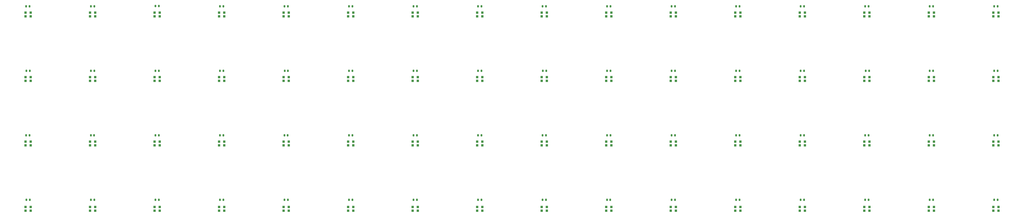
<source format=gbr>
%TF.GenerationSoftware,KiCad,Pcbnew,7.0.7*%
%TF.CreationDate,2023-10-11T09:13:37-04:00*%
%TF.ProjectId,HardLight,48617264-4c69-4676-9874-2e6b69636164,Mark 2 Rev F*%
%TF.SameCoordinates,Original*%
%TF.FileFunction,Paste,Top*%
%TF.FilePolarity,Positive*%
%FSLAX46Y46*%
G04 Gerber Fmt 4.6, Leading zero omitted, Abs format (unit mm)*
G04 Created by KiCad (PCBNEW 7.0.7) date 2023-10-11 09:13:37*
%MOMM*%
%LPD*%
G01*
G04 APERTURE LIST*
G04 Aperture macros list*
%AMRoundRect*
0 Rectangle with rounded corners*
0 $1 Rounding radius*
0 $2 $3 $4 $5 $6 $7 $8 $9 X,Y pos of 4 corners*
0 Add a 4 corners polygon primitive as box body*
4,1,4,$2,$3,$4,$5,$6,$7,$8,$9,$2,$3,0*
0 Add four circle primitives for the rounded corners*
1,1,$1+$1,$2,$3*
1,1,$1+$1,$4,$5*
1,1,$1+$1,$6,$7*
1,1,$1+$1,$8,$9*
0 Add four rect primitives between the rounded corners*
20,1,$1+$1,$2,$3,$4,$5,0*
20,1,$1+$1,$4,$5,$6,$7,0*
20,1,$1+$1,$6,$7,$8,$9,0*
20,1,$1+$1,$8,$9,$2,$3,0*%
G04 Aperture macros list end*
%ADD10RoundRect,0.147500X0.147500X0.172500X-0.147500X0.172500X-0.147500X-0.172500X0.147500X-0.172500X0*%
%ADD11R,0.700000X0.700000*%
G04 APERTURE END LIST*
D10*
%TO.C,LC1*%
X39315025Y-73596000D03*
X38345025Y-73596000D03*
%TD*%
%TO.C,LC3*%
X77509250Y-73570600D03*
X76539250Y-73570600D03*
%TD*%
%TO.C,LC10*%
X210859250Y-73596000D03*
X209889250Y-73596000D03*
%TD*%
%TO.C,LC12*%
X248959250Y-73596000D03*
X247989250Y-73596000D03*
%TD*%
%TO.C,LC6*%
X134659250Y-73596000D03*
X133689250Y-73596000D03*
%TD*%
%TO.C,LC8*%
X172759250Y-73596000D03*
X171789250Y-73596000D03*
%TD*%
%TO.C,LC9*%
X191809250Y-73596000D03*
X190839250Y-73596000D03*
%TD*%
%TO.C,LC7*%
X153709250Y-73596000D03*
X152739250Y-73596000D03*
%TD*%
%TO.C,LC5*%
X115609250Y-73596000D03*
X114639250Y-73596000D03*
%TD*%
%TO.C,LC11*%
X229909250Y-73596000D03*
X228939250Y-73596000D03*
%TD*%
%TO.C,LC13*%
X268009250Y-73596000D03*
X267039250Y-73596000D03*
%TD*%
%TO.C,LC4*%
X96559250Y-73596000D03*
X95589250Y-73596000D03*
%TD*%
%TO.C,LC14*%
X287059250Y-73596000D03*
X286089250Y-73596000D03*
%TD*%
%TO.C,LC15*%
X306109250Y-73596000D03*
X305139250Y-73596000D03*
%TD*%
%TO.C,LC16*%
X325159250Y-73596000D03*
X324189250Y-73596000D03*
%TD*%
%TO.C,LC17*%
X39409250Y-92646000D03*
X38439250Y-92646000D03*
%TD*%
%TO.C,LC18*%
X58459250Y-92646000D03*
X57489250Y-92646000D03*
%TD*%
%TO.C,LC19*%
X77509250Y-92646000D03*
X76539250Y-92646000D03*
%TD*%
%TO.C,LC20*%
X96559250Y-92646000D03*
X95589250Y-92646000D03*
%TD*%
%TO.C,LC21*%
X115621525Y-92646000D03*
X114651525Y-92646000D03*
%TD*%
%TO.C,LC22*%
X134659250Y-92646000D03*
X133689250Y-92646000D03*
%TD*%
%TO.C,LC23*%
X153709250Y-92646000D03*
X152739250Y-92646000D03*
%TD*%
%TO.C,LC24*%
X172759250Y-92646000D03*
X171789250Y-92646000D03*
%TD*%
%TO.C,LC25*%
X191878000Y-92646000D03*
X190908000Y-92646000D03*
%TD*%
%TO.C,LC26*%
X210859250Y-92646000D03*
X209889250Y-92646000D03*
%TD*%
%TO.C,LC27*%
X229909250Y-92646000D03*
X228939250Y-92646000D03*
%TD*%
%TO.C,LC28*%
X248959250Y-92646000D03*
X247989250Y-92646000D03*
%TD*%
%TO.C,LC29*%
X268009250Y-92646000D03*
X267039250Y-92646000D03*
%TD*%
%TO.C,LC30*%
X287203000Y-92646000D03*
X286233000Y-92646000D03*
%TD*%
%TO.C,LC31*%
X306109250Y-92646000D03*
X305139250Y-92646000D03*
%TD*%
%TO.C,LC32*%
X325159250Y-92646000D03*
X324189250Y-92646000D03*
%TD*%
D11*
%TO.C,LD16*%
X325418750Y-76637500D03*
X325418750Y-75537500D03*
X323918750Y-75537500D03*
X323918750Y-76637500D03*
%TD*%
%TO.C,LD17*%
X38168750Y-94587500D03*
X38168750Y-95687500D03*
X39668750Y-95687500D03*
X39668750Y-94587500D03*
%TD*%
%TO.C,LD18*%
X57218750Y-94587500D03*
X57218750Y-95687500D03*
X58718750Y-95687500D03*
X58718750Y-94587500D03*
%TD*%
%TO.C,LD19*%
X76268750Y-94587500D03*
X76268750Y-95687500D03*
X77768750Y-95687500D03*
X77768750Y-94587500D03*
%TD*%
%TO.C,LD20*%
X95318750Y-94587500D03*
X95318750Y-95687500D03*
X96818750Y-95687500D03*
X96818750Y-94587500D03*
%TD*%
%TO.C,LD21*%
X114368750Y-94587500D03*
X114368750Y-95687500D03*
X115868750Y-95687500D03*
X115868750Y-94587500D03*
%TD*%
%TO.C,LD22*%
X133418750Y-94587500D03*
X133418750Y-95687500D03*
X134918750Y-95687500D03*
X134918750Y-94587500D03*
%TD*%
%TO.C,LD23*%
X152468750Y-94587500D03*
X152468750Y-95687500D03*
X153968750Y-95687500D03*
X153968750Y-94587500D03*
%TD*%
%TO.C,LD24*%
X171518750Y-94587500D03*
X171518750Y-95687500D03*
X173018750Y-95687500D03*
X173018750Y-94587500D03*
%TD*%
%TO.C,LD25*%
X190568750Y-94587500D03*
X190568750Y-95687500D03*
X192068750Y-95687500D03*
X192068750Y-94587500D03*
%TD*%
%TO.C,LD26*%
X209618750Y-94587500D03*
X209618750Y-95687500D03*
X211118750Y-95687500D03*
X211118750Y-94587500D03*
%TD*%
%TO.C,LD27*%
X228668750Y-94587500D03*
X228668750Y-95687500D03*
X230168750Y-95687500D03*
X230168750Y-94587500D03*
%TD*%
%TO.C,LD28*%
X247718750Y-94587500D03*
X247718750Y-95687500D03*
X249218750Y-95687500D03*
X249218750Y-94587500D03*
%TD*%
%TO.C,LD29*%
X266768750Y-94587500D03*
X266768750Y-95687500D03*
X268268750Y-95687500D03*
X268268750Y-94587500D03*
%TD*%
%TO.C,LD30*%
X285818750Y-94587500D03*
X285818750Y-95687500D03*
X287318750Y-95687500D03*
X287318750Y-94587500D03*
%TD*%
%TO.C,LD32*%
X323918750Y-94587500D03*
X323918750Y-95687500D03*
X325418750Y-95687500D03*
X325418750Y-94587500D03*
%TD*%
%TO.C,LD31*%
X304868750Y-94587500D03*
X304868750Y-95687500D03*
X306368750Y-95687500D03*
X306368750Y-94587500D03*
%TD*%
%TO.C,LD15*%
X306368750Y-76637500D03*
X306368750Y-75537500D03*
X304868750Y-75537500D03*
X304868750Y-76637500D03*
%TD*%
%TO.C,LD14*%
X287318750Y-76637500D03*
X287318750Y-75537500D03*
X285818750Y-75537500D03*
X285818750Y-76637500D03*
%TD*%
%TO.C,LD12*%
X249218750Y-76637500D03*
X249218750Y-75537500D03*
X247718750Y-75537500D03*
X247718750Y-76637500D03*
%TD*%
%TO.C,LD10*%
X211118750Y-76637500D03*
X211118750Y-75537500D03*
X209618750Y-75537500D03*
X209618750Y-76637500D03*
%TD*%
%TO.C,LD13*%
X268268750Y-76637500D03*
X268268750Y-75537500D03*
X266768750Y-75537500D03*
X266768750Y-76637500D03*
%TD*%
%TO.C,LD5*%
X115868750Y-76637500D03*
X115868750Y-75537500D03*
X114368750Y-75537500D03*
X114368750Y-76637500D03*
%TD*%
%TO.C,LD11*%
X230168750Y-76637500D03*
X230168750Y-75537500D03*
X228668750Y-75537500D03*
X228668750Y-76637500D03*
%TD*%
%TO.C,LD6*%
X134918750Y-76637500D03*
X134918750Y-75537500D03*
X133418750Y-75537500D03*
X133418750Y-76637500D03*
%TD*%
%TO.C,LD7*%
X153968750Y-76637500D03*
X153968750Y-75537500D03*
X152468750Y-75537500D03*
X152468750Y-76637500D03*
%TD*%
%TO.C,LD8*%
X173018750Y-76637500D03*
X173018750Y-75537500D03*
X171518750Y-75537500D03*
X171518750Y-76637500D03*
%TD*%
%TO.C,LD9*%
X192068750Y-76637500D03*
X192068750Y-75537500D03*
X190568750Y-75537500D03*
X190568750Y-76637500D03*
%TD*%
%TO.C,LD2*%
X58718750Y-76637500D03*
X58718750Y-75537500D03*
X57218750Y-75537500D03*
X57218750Y-76637500D03*
%TD*%
%TO.C,LD1*%
X39668750Y-76637500D03*
X39668750Y-75537500D03*
X38168750Y-75537500D03*
X38168750Y-76637500D03*
%TD*%
%TO.C,LD3*%
X77768750Y-76612100D03*
X77768750Y-75512100D03*
X76268750Y-75512100D03*
X76268750Y-76612100D03*
%TD*%
%TO.C,LD4*%
X96818750Y-76637500D03*
X96818750Y-75537500D03*
X95318750Y-75537500D03*
X95318750Y-76637500D03*
%TD*%
D10*
%TO.C,LC2*%
X58459250Y-73596000D03*
X57489250Y-73596000D03*
%TD*%
D11*
%TO.C,LD56*%
X171518750Y-132887500D03*
X171518750Y-133987500D03*
X173018750Y-133987500D03*
X173018750Y-132887500D03*
%TD*%
%TO.C,LD54*%
X133418750Y-132887500D03*
X133418750Y-133987500D03*
X134918750Y-133987500D03*
X134918750Y-132887500D03*
%TD*%
D10*
%TO.C,LC36*%
X96553750Y-111737500D03*
X95583750Y-111737500D03*
%TD*%
D11*
%TO.C,LD43*%
X230168750Y-114737500D03*
X230168750Y-113637500D03*
X228668750Y-113637500D03*
X228668750Y-114737500D03*
%TD*%
%TO.C,LD47*%
X306368750Y-114737500D03*
X306368750Y-113637500D03*
X304868750Y-113637500D03*
X304868750Y-114737500D03*
%TD*%
%TO.C,LD46*%
X287318750Y-114737500D03*
X287318750Y-113637500D03*
X285818750Y-113637500D03*
X285818750Y-114737500D03*
%TD*%
%TO.C,LD60*%
X247718750Y-132887500D03*
X247718750Y-133987500D03*
X249218750Y-133987500D03*
X249218750Y-132887500D03*
%TD*%
%TO.C,LD61*%
X266768750Y-132887500D03*
X266768750Y-133987500D03*
X268268750Y-133987500D03*
X268268750Y-132887500D03*
%TD*%
%TO.C,LD36*%
X96818750Y-114737500D03*
X96818750Y-113637500D03*
X95318750Y-113637500D03*
X95318750Y-114737500D03*
%TD*%
%TO.C,LD57*%
X190568750Y-132887500D03*
X190568750Y-133987500D03*
X192068750Y-133987500D03*
X192068750Y-132887500D03*
%TD*%
D10*
%TO.C,LC61*%
X268003750Y-130787500D03*
X267033750Y-130787500D03*
%TD*%
%TO.C,LC64*%
X325153750Y-130787500D03*
X324183750Y-130787500D03*
%TD*%
%TO.C,LC39*%
X153703750Y-111737500D03*
X152733750Y-111737500D03*
%TD*%
D11*
%TO.C,LD55*%
X152468750Y-132887500D03*
X152468750Y-133987500D03*
X153968750Y-133987500D03*
X153968750Y-132887500D03*
%TD*%
%TO.C,LD64*%
X323918750Y-132887500D03*
X323918750Y-133987500D03*
X325418750Y-133987500D03*
X325418750Y-132887500D03*
%TD*%
D10*
%TO.C,LC52*%
X96553750Y-130787500D03*
X95583750Y-130787500D03*
%TD*%
D11*
%TO.C,LD53*%
X114368750Y-132887500D03*
X114368750Y-133987500D03*
X115868750Y-133987500D03*
X115868750Y-132887500D03*
%TD*%
D10*
%TO.C,LC45*%
X268003750Y-111737500D03*
X267033750Y-111737500D03*
%TD*%
D11*
%TO.C,LD38*%
X134918750Y-114737500D03*
X134918750Y-113637500D03*
X133418750Y-113637500D03*
X133418750Y-114737500D03*
%TD*%
%TO.C,LD42*%
X211118750Y-114737500D03*
X211118750Y-113637500D03*
X209618750Y-113637500D03*
X209618750Y-114737500D03*
%TD*%
D10*
%TO.C,LC35*%
X77503750Y-111737500D03*
X76533750Y-111737500D03*
%TD*%
%TO.C,LC48*%
X325153750Y-111737500D03*
X324183750Y-111737500D03*
%TD*%
%TO.C,LC34*%
X58428750Y-111725000D03*
X57458750Y-111725000D03*
%TD*%
D11*
%TO.C,LD58*%
X209618750Y-132887500D03*
X209618750Y-133987500D03*
X211118750Y-133987500D03*
X211118750Y-132887500D03*
%TD*%
%TO.C,LD59*%
X228668750Y-132887500D03*
X228668750Y-133987500D03*
X230168750Y-133987500D03*
X230168750Y-132887500D03*
%TD*%
D10*
%TO.C,LC42*%
X210853750Y-111737500D03*
X209883750Y-111737500D03*
%TD*%
%TO.C,LC59*%
X229903750Y-130787500D03*
X228933750Y-130787500D03*
%TD*%
%TO.C,LC57*%
X191803750Y-130787500D03*
X190833750Y-130787500D03*
%TD*%
%TO.C,LC49*%
X39403750Y-130787500D03*
X38433750Y-130787500D03*
%TD*%
D11*
%TO.C,LD40*%
X173018750Y-114737500D03*
X173018750Y-113637500D03*
X171518750Y-113637500D03*
X171518750Y-114737500D03*
%TD*%
D10*
%TO.C,LC43*%
X229903750Y-111737500D03*
X228933750Y-111737500D03*
%TD*%
D11*
%TO.C,LD44*%
X249218750Y-114737500D03*
X249218750Y-113637500D03*
X247718750Y-113637500D03*
X247718750Y-114737500D03*
%TD*%
%TO.C,LD34*%
X58718750Y-114737500D03*
X58718750Y-113637500D03*
X57218750Y-113637500D03*
X57218750Y-114737500D03*
%TD*%
D10*
%TO.C,LC41*%
X191803750Y-111737500D03*
X190833750Y-111737500D03*
%TD*%
D11*
%TO.C,LD62*%
X285818750Y-132887500D03*
X285818750Y-133987500D03*
X287318750Y-133987500D03*
X287318750Y-132887500D03*
%TD*%
%TO.C,LD49*%
X38168750Y-132887500D03*
X38168750Y-133987500D03*
X39668750Y-133987500D03*
X39668750Y-132887500D03*
%TD*%
%TO.C,LD35*%
X77768750Y-114737500D03*
X77768750Y-113637500D03*
X76268750Y-113637500D03*
X76268750Y-114737500D03*
%TD*%
D10*
%TO.C,LC55*%
X153703750Y-130787500D03*
X152733750Y-130787500D03*
%TD*%
D11*
%TO.C,LD37*%
X115868750Y-114737500D03*
X115868750Y-113637500D03*
X114368750Y-113637500D03*
X114368750Y-114737500D03*
%TD*%
%TO.C,LD51*%
X76268750Y-132887500D03*
X76268750Y-133987500D03*
X77768750Y-133987500D03*
X77768750Y-132887500D03*
%TD*%
D10*
%TO.C,LC62*%
X287053750Y-130787500D03*
X286083750Y-130787500D03*
%TD*%
%TO.C,LC58*%
X210788750Y-130787500D03*
X209818750Y-130787500D03*
%TD*%
%TO.C,LC53*%
X115603750Y-130787500D03*
X114633750Y-130787500D03*
%TD*%
D11*
%TO.C,LD45*%
X268268750Y-114737500D03*
X268268750Y-113637500D03*
X266768750Y-113637500D03*
X266768750Y-114737500D03*
%TD*%
%TO.C,LD50*%
X57218750Y-132887500D03*
X57218750Y-133987500D03*
X58718750Y-133987500D03*
X58718750Y-132887500D03*
%TD*%
D10*
%TO.C,LC33*%
X39328750Y-111725000D03*
X38358750Y-111725000D03*
%TD*%
%TO.C,LC54*%
X134653750Y-130787500D03*
X133683750Y-130787500D03*
%TD*%
%TO.C,LC44*%
X248953750Y-111737500D03*
X247983750Y-111737500D03*
%TD*%
D11*
%TO.C,LD48*%
X325418750Y-114737500D03*
X325418750Y-113637500D03*
X323918750Y-113637500D03*
X323918750Y-114737500D03*
%TD*%
%TO.C,LD39*%
X153968750Y-114737500D03*
X153968750Y-113637500D03*
X152468750Y-113637500D03*
X152468750Y-114737500D03*
%TD*%
%TO.C,LD33*%
X39668750Y-114737500D03*
X39668750Y-113637500D03*
X38168750Y-113637500D03*
X38168750Y-114737500D03*
%TD*%
D10*
%TO.C,LC50*%
X58453750Y-130787500D03*
X57483750Y-130787500D03*
%TD*%
%TO.C,LC51*%
X77503750Y-130787500D03*
X76533750Y-130787500D03*
%TD*%
%TO.C,LC46*%
X287053750Y-111737500D03*
X286083750Y-111737500D03*
%TD*%
D11*
%TO.C,LD41*%
X192068750Y-114737500D03*
X192068750Y-113637500D03*
X190568750Y-113637500D03*
X190568750Y-114737500D03*
%TD*%
D10*
%TO.C,LC63*%
X306103750Y-130787500D03*
X305133750Y-130787500D03*
%TD*%
%TO.C,LC56*%
X172753750Y-130787500D03*
X171783750Y-130787500D03*
%TD*%
%TO.C,LC37*%
X115553750Y-111737500D03*
X114583750Y-111737500D03*
%TD*%
%TO.C,LC60*%
X248953750Y-130787500D03*
X247983750Y-130787500D03*
%TD*%
D11*
%TO.C,LD63*%
X304868750Y-132887500D03*
X304868750Y-133987500D03*
X306368750Y-133987500D03*
X306368750Y-132887500D03*
%TD*%
D10*
%TO.C,LC40*%
X172753750Y-111737500D03*
X171783750Y-111737500D03*
%TD*%
%TO.C,LC47*%
X306103750Y-111737500D03*
X305133750Y-111737500D03*
%TD*%
%TO.C,LC38*%
X134653750Y-111737500D03*
X133683750Y-111737500D03*
%TD*%
D11*
%TO.C,LD52*%
X95318750Y-132887500D03*
X95318750Y-133987500D03*
X96818750Y-133987500D03*
X96818750Y-132887500D03*
%TD*%
M02*

</source>
